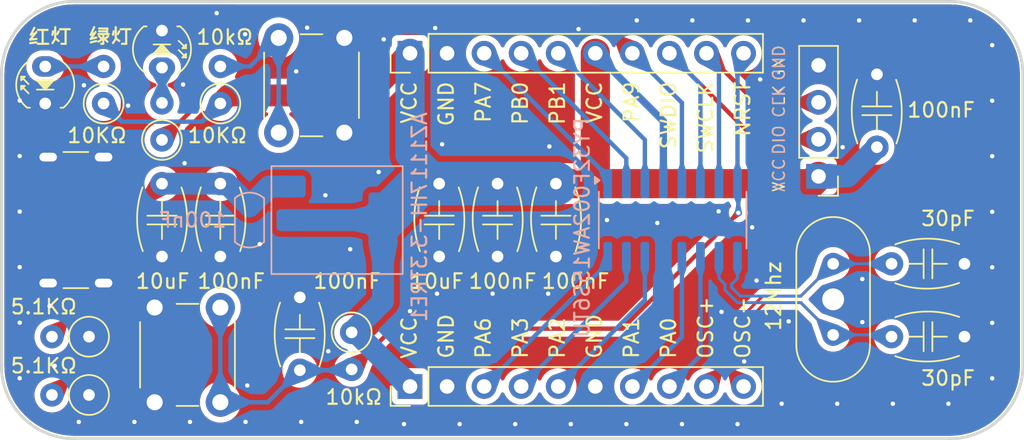
<source format=kicad_pcb>
(kicad_pcb (version 20240108) (generator "pcbnew") (generator_version "8.0")
  (layers (0 "F.Cu" signal) (31 "B.Cu" signal) (34 "B.Paste" user) (35 "F.Paste" user) (36 "B.SilkS" user "B.Silkscreen") (37 "F.SilkS" user "F.Silkscreen") (38 "B.Mask" user) (39 "F.Mask" user) (44 "Edge.Cuts" user))
  (net 0 "")
  (net 1 "VBUS")
  (net 2 "GND")
  (net 3 "VCC")
  (net 4 "/OSC+")
  (net 5 "/OSC-")
  (net 6 "/NRST")
  (net 7 "Net-(J1-CC2)")
  (net 8 "Net-(J1-CC1)")
  (net 9 "/SWCLK")
  (net 10 "/SWDIO")
  (net 11 "Net-(LED1-A)")
  (net 12 "Net-(LED2-A)")
  (net 13 "/PA9")
  (net 14 "/PB1")
  (net 15 "/PA6")
  (net 16 "/PA2")
  (net 17 "/PB0")
  (net 18 "/PA1")
  (net 19 "/PA0")
  (net 20 "/PA7")
  (net 21 "/PA3")
  (net 22 "Net-(R6-Pad2)")
  (footprint "PCM_Capacitor_THT_US_AKL:C_Disc_D5.1mm_W3.2mm_P5.00mm" (layer "F.Cu") (at 120.45 125.3 90)
    (property "Reference" "C10" (hide yes))
    (property "Value" "100nF" (at 6.1 3.25 180) (layer "F.SilkS"))
    (pad "1" thru_hole circle (at 0 0 90) (size 1.6 1.6) (drill 0.8) (layers "*.Cu" "*.Mask") (net 6 "/NRST"))
    (pad "2" thru_hole circle (at 5 0 90) (size 1.6 1.6) (drill 0.8) (layers "*.Cu" "*.Mask") (net 2 "GND"))
  )
  (footprint "Connector_USB:USB_C_Receptacle_GCT_USB4125-xx-x-0190_6P_TopMnt_Horizontal" (layer "F.Cu") (at 104 115 -90)
    (property "Reference" "J1" (hide yes))
    (property "Value" "USB_C_Receptacle_PowerOnly_6P" (hide yes))
    (pad "A5" smd roundrect (at -0.5 -3.08 270) (size 0.7 1.2) (layers "F.Cu" "F.Paste" "F.Mask") (net 8 "Net-(J1-CC1)"))
    (pad "A9" smd roundrect (at 1.52 -3.08 90) (size 0.76 1.2) (layers "F.Cu" "F.Paste" "F.Mask") (net 1 "VBUS"))
    (pad "A12" smd roundrect (at 2.75 -3.08 90) (size 0.8 1.2) (layers "F.Cu" "F.Paste" "F.Mask") (net 2 "GND"))
    (pad "B5" smd roundrect (at 0.5 -3.08 90) (size 0.7 1.2) (layers "F.Cu" "F.Paste" "F.Mask") (net 7 "Net-(J1-CC2)"))
    (pad "B9" smd roundrect (at -1.52 -3.08 270) (size 0.76 1.2) (layers "F.Cu" "F.Paste" "F.Mask") (net 1 "VBUS"))
    (pad "B12" smd roundrect (at -2.75 -3.08 270) (size 0.8 1.2) (layers "F.Cu" "F.Paste" "F.Mask") (net 2 "GND"))
    (pad "S1" thru_hole oval (at -4.32 -3 270) (size 1.1 1.7) (drill oval 0.6 1.2) (layers "*.Cu" "*.Mask" "F.Paste") (net 2 "GND"))
    (pad "S1" thru_hole oval (at -4.32 0.8 270) (size 1.1 1.7) (drill oval 0.6 1.2) (layers "*.Cu" "*.Mask" "F.Paste") (net 2 "GND"))
    (pad "S1" thru_hole oval (at 4.32 -3 270) (size 1.1 1.7) (drill oval 0.6 1.2) (layers "*.Cu" "*.Mask" "F.Paste") (net 2 "GND"))
    (pad "S1" thru_hole oval (at 4.32 0.8 270) (size 1.1 1.7) (drill oval 0.6 1.2) (layers "*.Cu" "*.Mask" "F.Paste") (net 2 "GND"))
  )
  (footprint "PCM_LED_THT_AKL:LED_D3.0mm" (layer "F.Cu") (at 103 107 90)
    (property "Reference" "LED1" (hide yes))
    (property "Value" "红灯" (at 4.55 0.35 0) (layer "F.SilkS"))
    (pad "1" thru_hole rect (at 0 0 90) (size 1.4 1.8) (drill 0.8) (layers "*.Cu" "*.Mask") (net 2 "GND"))
    (pad "2" thru_hole oval (at 2.54 0 90) (size 1.4 1.8) (drill 0.8) (layers "*.Cu" "*.Mask") (net 11 "Net-(LED1-A)"))
  )
  (footprint "wsylib:Crystal_HC49-U-3Pin_Vertical_change" (layer "F.Cu") (at 157 118 -90)
    (property "Reference" "X1" (hide yes))
    (property "Value" "12MHz_±20ppm_20pF_HC-49S" (hide yes))
    (pad "1" thru_hole circle (at 0 0 270) (size 1.5 1.5) (drill 0.8) (layers "*.Cu" "*.Mask") (net 4 "/OSC+"))
    (pad "2" thru_hole circle (at 2.44 0 270) (size 2 2) (drill 1.5) (layers "*.Cu" "*.Mask") (net 2 "GND"))
    (pad "3" thru_hole circle (at 4.88 0 270) (size 1.5 1.5) (drill 0.8) (layers "*.Cu" "*.Mask") (net 5 "/OSC-"))
  )
  (footprint "PCM_Resistor_THT_AKL:R_Axial_DIN0207_L6.3mm_D2.5mm_P2.54mm_Vertical" (layer "F.Cu") (at 107 107 90)
    (property "Reference" "R1" (hide yes))
    (property "Value" "10KΩ" (at -2.2 -0.45 180) (layer "F.SilkS"))
    (pad "1" thru_hole circle (at 0 0 90) (size 1.6 1.6) (drill 0.8) (layers "*.Cu" "*.Mask") (net 3 "VCC"))
    (pad "2" thru_hole oval (at 2.54 0 90) (size 1.6 1.6) (drill 0.8) (layers "*.Cu" "*.Mask") (net 11 "Net-(LED1-A)"))
  )
  (footprint "Button_Switch_THT:SW_PUSH_6mm_H7.3mm" (layer "F.Cu") (at 119 109 90)
    (property "Reference" "SW2" (hide yes))
    (property "Value" "SW_DIP_x01" (hide yes))
    (pad "1" thru_hole circle (at 0 0 180) (size 2 2) (drill 1.1) (layers "*.Cu" "*.Mask") (net 22 "Net-(R6-Pad2)"))
    (pad "1" thru_hole circle (at 6.5 0 180) (size 2 2) (drill 1.1) (layers "*.Cu" "*.Mask") (net 22 "Net-(R6-Pad2)"))
    (pad "2" thru_hole circle (at 0 4.5 180) (size 2 2) (drill 1.1) (layers "*.Cu" "*.Mask") (net 2 "GND"))
    (pad "2" thru_hole circle (at 6.5 4.5 180) (size 2 2) (drill 1.1) (layers "*.Cu" "*.Mask") (net 2 "GND"))
  )
  (footprint "PCM_LED_THT_AKL:LED_D3.0mm" (layer "F.Cu") (at 111 102 -90)
    (property "Reference" "LED2" (hide yes))
    (property "Value" "绿灯" (at 0.45 3.5 180) (layer "F.SilkS"))
    (pad "1" thru_hole rect (at 0 0 270) (size 1.4 1.8) (drill 0.8) (layers "*.Cu" "*.Mask") (net 2 "GND"))
    (pad "2" thru_hole oval (at 2.54 0 270) (size 1.4 1.8) (drill 0.8) (layers "*.Cu" "*.Mask") (net 12 "Net-(LED2-A)"))
  )
  (footprint "PCM_Resistor_THT_AKL:R_Axial_DIN0207_L6.3mm_D2.5mm_P2.54mm_Vertical" (layer "F.Cu") (at 106 123 180)
    (property "Reference" "R4" (hide yes))
    (property "Value" "5.1KΩ" (at 3.1 2.05 0) (layer "F.SilkS"))
    (pad "1" thru_hole circle (at 0 0 180) (size 1.6 1.6) (drill 0.8) (layers "*.Cu" "*.Mask") (net 2 "GND"))
    (pad "2" thru_hole oval (at 2.54 0 180) (size 1.6 1.6) (drill 0.8) (layers "*.Cu" "*.Mask") (net 8 "Net-(J1-CC1)"))
  )
  (footprint "PCM_Resistor_THT_AKL:R_Axial_DIN0207_L6.3mm_D2.5mm_P2.54mm_Vertical" (layer "F.Cu") (at 106 127 180)
    (property "Reference" "R3" (hide yes))
    (property "Value" "5.1KΩ" (at 3.1 2 0) (layer "F.SilkS"))
    (pad "1" thru_hole circle (at 0 0 180) (size 1.6 1.6) (drill 0.8) (layers "*.Cu" "*.Mask") (net 2 "GND"))
    (pad "2" thru_hole oval (at 2.54 0 180) (size 1.6 1.6) (drill 0.8) (layers "*.Cu" "*.Mask") (net 7 "Net-(J1-CC2)"))
  )
  (footprint "PCM_Capacitor_THT_US_AKL:C_Disc_D5.1mm_W3.2mm_P5.00mm" (layer "F.Cu") (at 111 112.5 -90)
    (property "Reference" "C1" (hide yes))
    (property "Value" "10uF" (at 6.7 -0.05 180) (layer "F.SilkS"))
    (pad "1" thru_hole circle (at 0 0 270) (size 1.6 1.6) (drill 0.8) (layers "*.Cu" "*.Mask") (net 1 "VBUS"))
    (pad "2" thru_hole circle (at 5 0 270) (size 1.6 1.6) (drill 0.8) (layers "*.Cu" "*.Mask") (net 2 "GND"))
  )
  (footprint "Button_Switch_THT:SW_PUSH_6mm_H7.3mm" (layer "F.Cu") (at 115 121 -90)
    (property "Reference" "SW1" (hide yes))
    (property "Value" "SW_DIP_x01" (hide yes))
    (pad "1" thru_hole circle (at 0 0) (size 2 2) (drill 1.1) (layers "*.Cu" "*.Mask") (net 6 "/NRST"))
    (pad "1" thru_hole circle (at 6.5 0) (size 2 2) (drill 1.1) (layers "*.Cu" "*.Mask") (net 6 "/NRST"))
    (pad "2" thru_hole circle (at 0 4.5) (size 2 2) (drill 1.1) (layers "*.Cu" "*.Mask") (net 2 "GND"))
    (pad "2" thru_hole circle (at 6.5 4.5) (size 2 2) (drill 1.1) (layers "*.Cu" "*.Mask") (net 2 "GND"))
  )
  (footprint "PCM_Capacitor_THT_US_AKL:C_Disc_D5.1mm_W3.2mm_P5.00mm" (layer "F.Cu") (at 115 112.5 -90)
    (property "Reference" "C2" (hide yes))
    (property "Value" "100nF" (at 6.7 -0.75 180) (layer "F.SilkS"))
    (pad "1" thru_hole circle (at 0 0 270) (size 1.6 1.6) (drill 0.8) (layers "*.Cu" "*.Mask") (net 1 "VBUS"))
    (pad "2" thru_hole circle (at 5 0 270) (size 1.6 1.6) (drill 0.8) (layers "*.Cu" "*.Mask") (net 2 "GND"))
  )
  (footprint "Connector_PinHeader_2.54mm:PinHeader_1x04_P2.54mm_Vertical" (layer "F.Cu") (at 156 112 180)
    (property "Reference" "J2" (hide yes))
    (property "Value" "Conn_01x04" (hide yes))
    (pad "1" thru_hole rect (at 0 0 180) (size 1.7 1.7) (drill 1) (layers "*.Cu" "*.Mask") (net 3 "VCC"))
    (pad "2" thru_hole oval (at 0 2.54 180) (size 1.7 1.7) (drill 1) (layers "*.Cu" "*.Mask") (net 10 "/SWDIO"))
    (pad "3" thru_hole oval (at 0 5.08 180) (size 1.7 1.7) (drill 1) (layers "*.Cu" "*.Mask") (net 9 "/SWCLK"))
    (pad "4" thru_hole oval (at 0 7.62 180) (size 1.7 1.7) (drill 1) (layers "*.Cu" "*.Mask") (net 2 "GND"))
  )
  (footprint "PCM_Resistor_THT_AKL:R_Axial_DIN0207_L6.3mm_D2.5mm_P2.54mm_Vertical" (layer "F.Cu") (at 115 107 90)
    (property "Reference" "R6" (hide yes))
    (property "Value" "10kΩ" (at 4.55 0.3 180) (layer "F.SilkS"))
    (pad "1" thru_hole circle (at 0 0 90) (size 1.6 1.6) (drill 0.8) (layers "*.Cu" "*.Mask") (net 3 "VCC"))
    (pad "2" thru_hole oval (at 2.54 0 90) (size 1.6 1.6) (drill 0.8) (layers "*.Cu" "*.Mask") (net 22 "Net-(R6-Pad2)"))
  )
  (footprint "PCM_Capacitor_THT_US_AKL:C_Disc_D5.1mm_W3.2mm_P5.00mm" (layer "F.Cu") (at 161 123)
    (property "Reference" "C8" (hide yes))
    (property "Value" "30pF" (at 3.87619 2.85 0) (layer "F.SilkS"))
    (pad "1" thru_hole circle (at 0 0) (size 1.6 1.6) (drill 0.8) (layers "*.Cu" "*.Mask") (net 5 "/OSC-"))
    (pad "2" thru_hole circle (at 5 0) (size 1.6 1.6) (drill 0.8) (layers "*.Cu" "*.Mask") (net 2 "GND"))
  )
  (footprint "PCM_Resistor_THT_AKL:R_Axial_DIN0207_L6.3mm_D2.5mm_P2.54mm_Vertical" (layer "F.Cu") (at 111 109.5 90)
    (property "Reference" "R2" (hide yes))
    (property "Value" "10KΩ" (at 0.3 3.8 180) (layer "F.SilkS"))
    (pad "1" thru_hole circle (at 0 0 90) (size 1.6 1.6) (drill 0.8) (layers "*.Cu" "*.Mask") (net 13 "/PA9"))
    (pad "2" thru_hole oval (at 2.54 0 90) (size 1.6 1.6) (drill 0.8) (layers "*.Cu" "*.Mask") (net 12 "Net-(LED2-A)"))
  )
  (footprint "PCM_Resistor_THT_AKL:R_Axial_DIN0207_L6.3mm_D2.5mm_P2.54mm_Vertical" (layer "F.Cu") (at 124 122.705 -90)
    (property "Reference" "R5" (hide yes))
    (property "Value" "10kΩ" (at 4.445 -0.15 180) (layer "F.SilkS"))
    (pad "1" thru_hole circle (at 0 0 270) (size 1.6 1.6) (drill 0.8) (layers "*.Cu" "*.Mask") (net 3 "VCC"))
    (pad "2" thru_hole oval (at 2.54 0 270) (size 1.6 1.6) (drill 0.8) (layers "*.Cu" "*.Mask") (net 6 "/NRST"))
  )
  (footprint "Connector_PinHeader_2.54mm:PinHeader_1x10_P2.54mm_Vertical" (layer "F.Cu") (at 128 126.4158 90)
    (property "Reference" "J3" (hide yes))
    (property "Value" "Conn_01x10" (hide yes))
    (pad "1" thru_hole rect (at 0 0 90) (size 1.7 1.7) (drill 1) (layers "*.Cu" "*.Mask") (net 3 "VCC"))
    (pad "2" thru_hole oval (at 0 2.54 90) (size 1.7 1.7) (drill 1) (layers "*.Cu" "*.Mask") (net 2 "GND"))
    (pad "3" thru_hole oval (at 0 5.08 90) (size 1.7 1.7) (drill 1) (layers "*.Cu" "*.Mask") (net 15 "/PA6"))
    (pad "4" thru_hole oval (at 0 7.62 90) (size 1.7 1.7) (drill 1) (layers "*.Cu" "*.Mask") (net 21 "/PA3"))
    (pad "5" thru_hole oval (at 0 10.16 90) (size 1.7 1.7) (drill 1) (layers "*.Cu" "*.Mask") (net 16 "/PA2"))
    (pad "6" thru_hole oval (at 0 12.7 90) (size 1.7 1.7) (drill 1) (layers "*.Cu" "*.Mask") (net 2 "GND"))
    (pad "7" thru_hole oval (at 0 15.24 90) (size 1.7 1.7) (drill 1) (layers "*.Cu" "*.Mask") (net 18 "/PA1"))
    (pad "8" thru_hole oval (at 0 17.78 90) (size 1.7 1.7) (drill 1) (layers "*.Cu" "*.Mask") (net 19 "/PA0"))
    (pad "9" thru_hole oval (at 0 20.32 90) (size 1.7 1.7) (drill 1) (layers "*.Cu" "*.Mask") (net 4 "/OSC+"))
    (pad "10" thru_hole oval (at 0 22.86 90) (size 1.7 1.7) (drill 1) (layers "*.Cu" "*.Mask") (net 5 "/OSC-"))
  )
  (footprint "Connector_PinHeader_2.54mm:PinHeader_1x10_P2.54mm_Vertical" (layer "F.Cu") (at 128 103.5558 90)
    (property "Reference" "J5" (hide yes))
    (property "Value" "Conn_01x10" (hide yes))
    (pad "1" thru_hole rect (at 0 0 90) (size 1.7 1.7) (drill 1) (layers "*.Cu" "*.Mask") (net 3 "VCC"))
    (pad "2" thru_hole oval (at 0 2.54 90) (size 1.7 1.7) (drill 1) (layers "*.Cu" "*.Mask") (net 2 "GND"))
    (pad "3" thru_hole oval (at 0 5.08 90) (size 1.7 1.7) (drill 1) (layers "*.Cu" "*.Mask") (net 20 "/PA7"))
    (pad "4" thru_hole oval (at 0 7.62 90) (size 1.7 1.7) (drill 1) (layers "*.Cu" "*.Mask") (net 17 "/PB0"))
    (pad "5" thru_hole oval (at 0 10.16 90) (size 1.7 1.7) (drill 1) (layers "*.Cu" "*.Mask") (net 14 "/PB1"))
    (pad "6" thru_hole oval (at 0 12.7 90) (size 1.7 1.7) (drill 1) (layers "*.Cu" "*.Mask") (net 3 "VCC"))
    (pad "7" thru_hole oval (at 0 15.24 90) (size 1.7 1.7) (drill 1) (layers "*.Cu" "*.Mask") (net 13 "/PA9"))
    (pad "8" thru_hole oval (at 0 17.78 90) (size 1.7 1.7) (drill 1) (layers "*.Cu" "*.Mask") (net 10 "/SWDIO"))
    (pad "9" thru_hole oval (at 0 20.32 90) (size 1.7 1.7) (drill 1) (layers "*.Cu" "*.Mask") (net 9 "/SWCLK"))
    (pad "10" thru_hole oval (at 0 22.86 90) (size 1.7 1.7) (drill 1) (layers "*.Cu" "*.Mask") (net 6 "/NRST"))
  )
  (footprint "PCM_Capacitor_THT_US_AKL:C_Disc_D5.1mm_W3.2mm_P5.00mm" (layer "F.Cu") (at 160 110 90)
    (property "Reference" "C9" (hide yes))
    (property "Value" "100nF" (at 2.55 4.4 180) (layer "F.SilkS"))
    (pad "1" thru_hole circle (at 0 0 90) (size 1.6 1.6) (drill 0.8) (layers "*.Cu" "*.Mask") (net 3 "VCC"))
    (pad "2" thru_hole circle (at 5 0 90) (size 1.6 1.6) (drill 0.8) (layers "*.Cu" "*.Mask") (net 2 "GND"))
  )
  (footprint "PCM_Capacitor_THT_US_AKL:C_Disc_D5.1mm_W3.2mm_P5.00mm" (layer "F.Cu") (at 134 112.5 -90)
    (property "Reference" "C5" (hide yes))
    (property "Value" "100nF" (at 6.7 -0.35 180) (layer "F.SilkS"))
    (pad "1" thru_hole circle (at 0 0 270) (size 1.6 1.6) (drill 0.8) (layers "*.Cu" "*.Mask") (net 3 "VCC"))
    (pad "2" thru_hole circle (at 5 0 270) (size 1.6 1.6) (drill 0.8) (layers "*.Cu" "*.Mask") (net 2 "GND"))
  )
  (footprint "PCM_Capacitor_THT_US_AKL:C_Disc_D5.1mm_W3.2mm_P5.00mm" (layer "F.Cu") (at 161 118)
    (property "Reference" "C7" (hide yes))
    (property "Value" "30pF" (at 3.87619 -3.1 0) (layer "F.SilkS"))
    (pad "1" thru_hole circle (at 0 0) (size 1.6 1.6) (drill 0.8) (layers "*.Cu" "*.Mask") (net 4 "/OSC+"))
    (pad "2" thru_hole circle (at 5 0) (size 1.6 1.6) (drill 0.8) (layers "*.Cu" "*.Mask") (net 2 "GND"))
  )
  (footprint "PCM_Capacitor_THT_US_AKL:C_Disc_D5.1mm_W3.2mm_P5.00mm" (layer "F.Cu") (at 138 112.5 -90)
    (property "Reference" "C6" (hide yes))
    (property "Value" "100nF" (at 6.7 -1.35 180) (layer "F.SilkS"))
    (pad "1" thru_hole circle (at 0 0 270) (size 1.6 1.6) (drill 0.8) (layers "*.Cu" "*.Mask") (net 3 "VCC"))
    (pad "2" thru_hole circle (at 5 0 270) (size 1.6 1.6) (drill 0.8) (layers "*.Cu" "*.Mask") (net 2 "GND"))
  )
  (footprint "PCM_Capacitor_THT_US_AKL:C_Disc_D5.1mm_W3.2mm_P5.00mm" (layer "F.Cu") (at 130 112.5 -90)
    (property "Reference" "C4" (hide yes))
    (property "Value" "10uF" (at 6.7 0.15 180) (layer "F.SilkS"))
    (pad "1" thru_hole circle (at 0 0 270) (size 1.6 1.6) (drill 0.8) (layers "*.Cu" "*.Mask") (net 3 "VCC"))
    (pad "2" thru_hole circle (at 5 0 270) (size 1.6 1.6) (drill 0.8) (layers "*.Cu" "*.Mask") (net 2 "GND"))
  )
  (footprint "PCM_Package_TO_SOT_SMD_AKL:SOT-223-3_TabPin2" (layer "B.Cu") (at 123 115)
    (property "Reference" "U1" (hide yes))
    (property "Value" "AZ1117IH-3.3TRE1" (at 5.65 -0.2 -90) (layer "B.SilkS") (effects (justify mirror)))
    (pad "1" smd roundrect (at -3.15 2.3) (size 2 1.5) (layers "B.Cu" "B.Paste" "B.Mask") (roundrect_rratio 0.1666666667) (net 2 "GND"))
    (pad "2" smd roundrect (at -3.15 0) (size 2 1.5) (layers "B.Cu" "B.Paste" "B.Mask") (roundrect_rratio 0.1666666667) (net 3 "VCC"))
    (pad "2" smd roundrect (at 3.15 0) (size 2 3.8) (layers "B.Cu" "B.Paste" "B.Mask") (roundrect_rratio 0.125) (net 3 "VCC"))
    (pad "3" smd roundrect (at -3.15 -2.3) (size 2 1.5) (layers "B.Cu" "B.Paste" "B.Mask") (roundrect_rratio 0.1666666667) (net 1 "VBUS"))
  )
  (footprint "Package_SO:SOP-16_3.9x9.9mm_P1.27mm" (layer "B.Cu") (at 146 115 -90)
    (property "Reference" "U2" (hide yes))
    (property "Value" "PY32F002AW15S6TU" (at 0.52 6.2 90) (layer "B.SilkS") (effects (justify mirror)))
    (pad "1" smd roundrect (at -2.5 4.445 270) (size 2 0.6) (layers "B.Cu" "B.Paste" "B.Mask") (net 20 "/PA7"))
    (pad "2" smd roundrect (at -2.5 3.175 270) (size 2 0.6) (layers "B.Cu" "B.Paste" "B.Mask") (net 17 "/PB0"))
    (pad "3" smd roundrect (at -2.5 1.905 270) (size 2 0.6) (layers "B.Cu" "B.Paste" "B.Mask") (net 14 "/PB1"))
    (pad "4" smd roundrect (at -2.5 0.635 270) (size 2 0.6) (layers "B.Cu" "B.Paste" "B.Mask") (net 3 "VCC"))
    (pad "5" smd roundrect (at -2.5 -0.635 270) (size 2 0.6) (layers "B.Cu" "B.Paste" "B.Mask") (net 13 "/PA9"))
    (pad "6" smd roundrect (at -2.5 -1.905 270) (size 2 0.6) (layers "B.Cu" "B.Paste" "B.Mask") (net 10 "/SWDIO"))
    (pad "7" smd roundrect (at -2.5 -3.175 270) (size 2 0.6) (layers "B.Cu" "B.Paste" "B.Mask") (net 9 "/SWCLK"))
    (pad "8" smd roundrect (at -2.5 -4.445 270) (size 2 0.6) (layers "B.Cu" "B.Paste" "B.Mask") (net 6 "/NRST"))
    (pad "9" smd roundrect (at 2.5 -4.445 270) (size 2 0.6) (layers "B.Cu" "B.Paste" "B.Mask") (net 4 "/OSC+"))
    (pad "10" smd roundrect (at 2.5 -3.175 270) (size 2 0.6) (layers "B.Cu" "B.Paste" "B.Mask") (net 5 "/OSC-"))
    (pad "11" smd roundrect (at 2.5 -1.905 270) (size 2 0.6) (layers "B.Cu" "B.Paste" "B.Mask") (net 19 "/PA0"))
    (pad "12" smd roundrect (at 2.5 -0.635 270) (size 2 0.6) (layers "B.Cu" "B.Paste" "B.Mask") (net 18 "/PA1"))
    (pad "13" smd roundrect (at 2.5 0.635 270) (size 2 0.6) (layers "B.Cu" "B.Paste" "B.Mask") (net 2 "GND"))
    (pad "14" smd roundrect (at 2.5 1.905 270) (size 2 0.6) (layers "B.Cu" "B.Paste" "B.Mask") (net 16 "/PA2"))
    (pad "15" smd roundrect (at 2.5 3.175 270) (size 2 0.6) (layers "B.Cu" "B.Paste" "B.Mask") (net 21 "/PA3"))
    (pad "16" smd roundrect (at 2.5 4.445 270) (size 2 0.6) (layers "B.Cu" "B.Paste" "B.Mask") (net 15 "/PA6"))
  )
  (footprint "PCM_Capacitor_SMD_AKL:C_0805_2012Metric" (layer "B.Cu") (at 117 115 -90)
    (property "Reference" "C3" (hide yes))
    (property "Value" "100nF" (at 0 3.9 0) (layer "B.SilkS") (effects (justify mirror)))
    (pad "1" smd roundrect (at -0.95 0 270) (size 1 1.45) (layers "B.Cu" "B.Paste" "B.Mask") (net 1 "VBUS"))
    (pad "2" smd roundrect (at 0.95 0 270) (size 1 1.45) (layers "B.Cu" "B.Paste" "B.Mask") (net 2 "GND"))
  )
  (gr_line (start 100 125) (end 100 105) (stroke (width 0.2)) (layer "Edge.Cuts"))
  (gr_line (start 170 105) (end 170 125) (stroke (width 0.2)) (layer "Edge.Cuts"))
  (gr_arc (start 105 130) (mid 101.464466 128.535534) (end 100 125) (stroke (width 0.2)) (layer "Edge.Cuts"))
  (gr_line (start 165 130) (end 105 130) (stroke (width 0.2)) (layer "Edge.Cuts"))
  (gr_arc (start 100 105) (mid 101.464466 101.464466) (end 105 100) (stroke (width 0.2)) (layer "Edge.Cuts"))
  (gr_arc (start 165 100) (mid 168.535534 101.464466) (end 170 105) (stroke (width 0.2)) (layer "Edge.Cuts"))
  (gr_arc (start 170 125) (mid 168.535534 128.535534) (end 165 130) (stroke (width 0.2)) (layer "Edge.Cuts"))
  (gr_line (start 105 100) (end 165 100) (stroke (width 0.2)) (layer "Edge.Cuts"))
  (gr_text "GND" (at 152.757 105.51 -90) (layer "B.SilkS") (effects (font (size 0.8 0.8) (thickness 0.1)) (justify left bottom mirror)))
  (gr_text "CLK\n" (at 152.757 108.05 -90) (layer "B.SilkS") (effects (font (size 0.8 0.8) (thickness 0.1)) (justify left bottom mirror)))
  (gr_text "DIO" (at 152.757 110.59 -90) (layer "B.SilkS") (effects (font (size 0.8 0.8) (thickness 0.1)) (justify left bottom mirror)))
  (gr_text "VCC" (at 152.757 113.13 -90) (layer "B.SilkS") (effects (font (size 0.8 0.8) (thickness 0.1)) (justify left bottom mirror)))
  (gr_text "PA0" (at 146.304 124.6 90) (layer "F.SilkS") (effects (font (size 1 1)) (justify left bottom)))
  (gr_text "PA2" (at 138.684 124.6 90) (layer "F.SilkS") (effects (font (size 1 1)) (justify left bottom)))
  (gr_text "PA9\n" (at 143.764 108.415905 90) (layer "F.SilkS") (effects (font (size 1 1)) (justify left bottom)))
  (gr_text "PA3" (at 136.144 124.6 90) (layer "F.SilkS") (effects (font (size 1 1)) (justify left bottom)))
  (gr_text "DIO" (at 153.75 110.58 90) (layer "F.SilkS") (effects (font (size 0.8 0.8) (thickness 0.1)) (justify left bottom)))
  (gr_text "SWDIO" (at 146.304 110.225428 90) (layer "F.SilkS") (effects (font (size 1 1)) (justify left bottom)))
  (gr_text "VCC\n" (at 128.524 124.6 90) (layer "F.SilkS") (effects (font (size 1 1)) (justify left bottom)))
  (gr_text "GND\n" (at 131.064 124.6 90) (layer "F.SilkS") (effects (font (size 1 1)) (justify left bottom)))
  (gr_text "OSC-" (at 151.384 124.6 90) (layer "F.SilkS") (effects (font (size 1 1)) (justify left bottom)))
  (gr_text "VCC\n" (at 141.224 108.463524 90) (layer "F.SilkS") (effects (font (size 1 1)) (justify left bottom)))
  (gr_text "12Mhz\n" (at 153.5 122.69 90) (layer "F.SilkS") (effects (font (size 1 1)) (justify left bottom)))
  (gr_text "PB1" (at 138.684 108.558762 90) (layer "F.SilkS") (effects (font (size 1 1)) (justify left bottom)))
  (gr_text "GND" (at 131.064 108.654 90) (layer "F.SilkS") (effects (font (size 1 1)) (justify left bottom)))
  (gr_text "SWCLK" (at 148.844 110.511143 90) (layer "F.SilkS") (effects (font (size 1 1)) (justify left bottom)))
  (gr_text "PA1\n" (at 143.764 124.6 90) (layer "F.SilkS") (effects (font (size 1 1)) (justify left bottom)))
  (gr_text "OSC+" (at 148.844 124.6 90) (layer "F.SilkS") (effects (font (size 1 1)) (justify left bottom)))
  (gr_text "VCC\n" (at 128.524 108.463524 90) (layer "F.SilkS") (effects (font (size 1 1)) (justify left bottom)))
  (gr_text "PB0" (at 136.144 108.558762 90) (layer "F.SilkS") (effects (font (size 1 1)) (justify left bottom)))
  (gr_text "PA6\n" (at 133.604 124.6 90) (layer "F.SilkS") (effects (font (size 1 1)) (justify left bottom)))
  (gr_text "PA7\n" (at 133.604 108.415905 90) (layer "F.SilkS") (effects (font (size 1 1)) (justify left bottom)))
  (gr_text "GND" (at 153.75 105.5 90) (layer "F.SilkS") (effects (font (size 0.8 0.8) (thickness 0.1)) (justify left bottom)))
  (gr_text "VCC" (at 153.75 113.12 90) (layer "F.SilkS") (effects (font (size 0.8 0.8) (thickness 0.1)) (justify left bottom)))
  (gr_text "NRST" (at 151.384 109.368286 90) (layer "F.SilkS") (effects (font (size 1 1)) (justify left bottom)))
  (gr_text "GND" (at 141.224 124.6 90) (layer "F.SilkS") (effects (font (size 1 1)) (justify left bottom)))
  (gr_text "CLK\n" (at 153.75 108.04 90) (layer "F.SilkS") (effects (font (size 0.8 0.8) (thickness 0.1)) (justify left bottom)))
  (segment (start 109.45 115.6) (end 109.45 113.5) (width 0.76) (layer "F.Cu") (net 1))
  (segment (start 109.45 113.5) (end 109.43 113.48) (width 0.76) (layer "F.Cu") (net 1))
  (segment (start 110 113.5) (end 111 112.5) (width 1) (layer "F.Cu") (net 1))
  (segment (start 109.45 113.5) (end 110 113.5) (width 1) (layer "F.Cu") (net 1))
  (segment (start 107.08 116.52) (end 108.53 116.52) (width 0.76) (layer "F.Cu") (net 1))
  (segment (start 108.53 116.52) (end 109.45 115.6) (width 0.76) (layer "F.Cu") (net 1))
  (segment (start 109.43 113.48) (end 107.08 113.48) (width 0.76) (layer "F.Cu") (net 1))
  (segment (start 111 112.5) (end 115 112.5) (width 1.5) (layer "B.Cu") (net 1))
  (segment (start 115.45 112.5) (end 117 114.05) (width 1.5) (layer "B.Cu") (net 1))
  (segment (start 117 114.05) (end 118.35 112.7) (width 1.5) (layer "B.Cu") (net 1))
  (segment (start 118.35 112.7) (end 119.85 112.7) (width 1.5) (layer "B.Cu") (net 1))
  (segment (start 115 112.5) (end 115.45 112.5) (width 1.5) (layer "B.Cu") (net 1))
  (segment (start 107.08 110.76) (end 107 110.68) (width 0.5) (layer "F.Cu") (net 2))
  (segment (start 166 111) (end 166 118) (width 1.5) (layer "F.Cu") (net 2))
  (segment (start 107 110.68) (end 108.68 109) (width 1) (layer "F.Cu") (net 2))
  (segment (start 107.08 112.25) (end 107.08 110.76) (width 0.5) (layer "F.Cu") (net 2))
  (segment (start 107.08 119.24) (end 107 119.32) (width 0.5) (layer "F.Cu") (net 2))
  (segment (start 107.08 117.75) (end 107.08 119.24) (width 0.5) (layer "F.Cu") (net 2))
  (segment (start 160 105) (end 166 111) (width 1.5) (layer "F.Cu") (net 2))
  (segment (start 107.08 117.75) (end 110.75 117.75) (width 0.76) (layer "F.Cu") (net 2))
  (segment (start 108.68 104.32) (end 111 102) (width 1) (layer "F.Cu") (net 2))
  (segment (start 108.68 107.15) (end 108.68 104.32) (width 1) (layer "F.Cu") (net 2))
  (segment (start 108.68 109) (end 108.68 107.15) (width 1) (layer "F.Cu") (net 2))
  (segment (start 110.75 117.75) (end 111 117.5) (width 0.76) (layer "F.Cu") (net 2))
  (via (at 108.68 107.15) (size 0.5) (drill 0.3) (layers "F.Cu" "B.Cu") (net 2))
  (via (at 157.28 127.6) (size 0.5) (drill 0.3) (layers "F.Cu" "B.Cu") (net 2))
  (via (at 167.9 122.05) (size 0.5) (drill 0.3) (layers "F.Cu" "B.Cu") (net 2))
  (via (at 120.95 101.8) (size 0.5) (drill 0.3) (layers "F.Cu" "B.Cu") (net 2))
  (via (at 147.35 101.3) (size 0.5) (drill 0.3) (layers "F.Cu" "B.Cu") (net 2))
  (via (at 149.15 114.4) (size 0.5) (drill 0.3) (layers "F.Cu" "B.Cu") (net 2))
  (via (at 151.16 101.3) (size 0.5) (drill 0.3) (layers "F.Cu" "B.Cu") (net 2))
  (via (at 122.2 113.3) (size 0.5) (drill 0.3) (layers "F.Cu" "B.Cu") (net 2))
  (via (at 161.09 127.6) (size 0.5) (drill 0.3) (layers "F.Cu" "B.Cu") (net 2))
  (via (at 167.9 110.62) (size 0.5) (drill 0.3) (layers "F.Cu" "B.Cu") (net 2))
  (via (at 153.95 121.95) (size 0.5) (drill 0.3) (layers "F.Cu" "B.Cu") (net 2))
  (via (at 159 122) (size 0.5) (drill 0.3) (layers "F.Cu" "B.Cu") (net 2))
  (via (at 124.35 128.85) (size 0.5) (drill 0.3) (layers "F.Cu" "B.Cu") (net 2))
  (via (at 116.73 128.85) (size 0.5) (drill 0.3) (layers "F.Cu" "B.Cu") (net 2))
  (via (at 116.85 126.35) (size 0.5) (drill 0.3) (layers "F.Cu" "B.Cu") (net 2))
  (via (at 103.65 125) (size 0.5) (drill 0.3) (layers "F.Cu" "B.Cu") (net 2))
  (via (at 158.78 101.3) (size 0.5) (drill 0.3) (layers "F.Cu" "B.Cu") (net 2))
  (via (at 133.66 120.05) (size 0.5) (drill 0.3) (layers "F.Cu" "B.Cu") (net 2))
  (via (at 151.75 119.15) (size 0.5) (drill 0.3) (layers "F.Cu" "B.Cu") (net 2))
  (via (at 101.25 114.42) (size 0.5) (drill 0.3) (layers "F.Cu" "B.Cu") (net 2))
  (via (at 154.97 101.3) (size 0.5) (drill 0.3) (layers "F.Cu" "B.Cu") (net 2))
  (via (at 120.2 104.8) (size 0.5) (drill 0.3) (layers "F.Cu" "B.Cu") (net 2))
  (via (at 167.9 125.86) (size 0.5) (drill 0.3) (layers "F.Cu" "B.Cu") (net 2))
  (via (at 128 121.25) (size 0.5) (drill 0.3) (layers "F.Cu" "B.Cu") (net 2))
  (via (at 167.9 118.24) (size 0.5) (drill 0.3) (layers "F.Cu" "B.Cu") (net 2))
  (via (at 112.92 128.85) (size 0.5) (drill 0.3) (layers "F.Cu" "B.Cu") (net 2))
  (via (at 151.45 115.5) (size 0.5) (drill 0.3) (layers "F.Cu" "B.Cu") (net 2))
  (via (at 130.2 109.8) (size 0.5) (drill 0.3) (layers "F.Cu" "B.Cu") (net 2))
  (via (at 159 119.05) (size 0.5) (drill 0.3) (layers "F.Cu" "B.Cu") (net 2))
  (via (at 144.95 115.2) (size 0.5) (drill 0.3) (layers "F.Cu" "B.Cu") (net 2))
  (via (at 120.54 128.85) (size 0.5) (drill 0.3) (layers "F.Cu" "B.Cu") (net 2))
  (via (at 101.25 118.23) (size 0.5) (drill 0.3) (layers "F.Cu" "B.Cu") (net 2))
  (via (at 125.85 111.7) (size 0.5) (drill 0.3) (layers "F.Cu" "B.Cu") (net 2))
  (via (at 164.9 127.6) (size 0.5) (drill 0.3) (layers "F.Cu" "B.Cu") (net 2))
  (via (at 129.7271 101.8229) (size 0.5) (drill 0.3) (layers "F.Cu" "B.Cu") (net 2))
  (via (at 153.47 127.6) (size 0.5) (drill 0.3) (layers "F.Cu" "B.Cu") (net 2))
  (via (at 143.54 101.3) (size 0.5) (drill 0.3) (layers "F.Cu" "B.Cu") (net 2))
  (via (at 141.5 115) (size 0.5) (drill 0.3) (layers "F.Cu" "B.Cu") (net 2))
  (via (at 112.55 111.1) (size 0.5) (drill 0.3) (layers "F.Cu" "B.Cu") (net 2))
  (via (at 167.9 114.43) (size 0.5) (drill 0.3) (layers "F.Cu" "B.Cu") (net 2))
  (via (at 166.4 101.3) (size 0.5) (drill 0.3) (layers "F.Cu" "B.Cu") (net 2))
  (via (at 139.02 129) (size 0.5) (drill 0.3) (layers "F.Cu" "B.Cu") (net 2))
  (via (at 105.65 105.75) (size 0.5) (drill 0.3) (layers "F.Cu" "B.Cu") (net 2))
  (via (at 109.11 128.85) (size 0.5) (drill 0.3) (layers "F.Cu" "B.Cu") (net 2))
  (via (at 137.47 120.05) (size 0.5) (drill 0.3) (layers "F.Cu" "B.Cu") (net 2))
  (via (at 152 105.35) (size 0.5) (drill 0.3) (layers "F.Cu" "B.Cu") (net 2))
  (via (at 142.83 129) (size 0.5) (drill 0.3) (layers "F.Cu" "B.Cu") (net 2))
  (via (at 146.64 129) (size 0.5) (drill 0.3) (layers "F.Cu" "B.Cu") (net 2))
  (via (at 101.25 125.85) (size 0.5) (drill 0.3) (layers "F.Cu" "B.Cu") (net 2))
  (via (at 126.2 102.6) (size 0.5) (drill 0.3) (layers "F.Cu" "B.Cu") (net 2))
  (via (at 167.9 103) (size 0.5) (drill 0.3) (layers "F.Cu" "B.Cu") (net 2))
  (via (at 123.9 117) (size 0.5) (drill 0.3) (layers "F.Cu" "B.Cu") (net 2))
  (via (at 101.25 110.61) (size 0.5) (drill 0.3) (layers "F.Cu" "B.Cu") (net 2))
  (via (at 105.3 128.85) (size 0.5) (drill 0.3) (layers "F.Cu" "B.Cu") (net 2))
  (via (at 135.21 129) (size 0.5) (drill 0.3) (layers "F.Cu" "B.Cu") (net 2))
  (via (at 114.75 100.8) (size 0.5) (drill 0.3) (layers "F.Cu" "B.Cu") (net 2))
  (via (at 117.7 116.65) (size 0.5) (drill 0.3) (layers "F.Cu" "B.Cu") (net 2))
  (via (at 139.55 101.9) (size 0.5) (drill 0.3) (layers "F.Cu" "B.Cu") (net 2))
  (via (at 131.4 129) (size 0.5) (drill 0.3) (layers "F.Cu" "B.Cu") (net 2))
  (via (at 149.35 121.3) (size 0.5) (drill 0.3) (layers "F.Cu" "B.Cu") (net 2))
  (via (at 150.45 129) (size 0.5) (drill 0.3) (layers "F.Cu" "B.Cu") (net 2))
  (via (at 122.4 124) (size 0.5) (drill 0.3) (layers "F.Cu" "B.Cu") (net 2))
  (via (at 103.3 120.9) (size 0.5) (drill 0.3) (layers "F.Cu" "B.Cu") (net 2))
  (via (at 157.65 110) (size 0.5) (drill 0.3) (layers "F.Cu" "B.Cu") (net 2))
  (via (at 116.7 102.25) (size 0.5) (drill 0.3) (layers "F.Cu" "B.Cu") (net 2))
  (via (at 162.59 101.3) (size 0.5) (drill 0.3) (layers "F.Cu" "B.Cu") (net 2))
  (via (at 167.9 106.81) (size 0.5) (drill 0.3) (layers "F.Cu" "B.Cu") (net 2))
  (via (at 101.25 122.04) (size 0.5) (drill 0.3) (layers "F.Cu" "B.Cu") (net 2))
  (via (at 129.85 120.05) (size 0.5) (drill 0.3) (layers "F.Cu" "B.Cu") (net 2))
  (via (at 112.45 105.7) (size 0.5) (drill 0.3) (layers "F.Cu" "B.Cu") (net 2))
  (via (at 127.59 129) (size 0.5) (drill 0.3) (layers "F.Cu" "B.Cu") (net 2))
  (via (at 137.55 109.95) (size 0.5) (drill 0.3) (layers "F.Cu" "B.Cu") (net 2))
  (via (at 101.25 106.8) (size 0.5) (drill 0.3) (layers "F.Cu" "B.Cu") (net 2))
  (via (at 150.9 124.7) (size 0.5) (drill 0.3) (layers "F.Cu" "B.Cu") (net 2))
  (segment (start 129.7271 101.8229) (end 129.4042 101.5) (width 1.5) (layer "B.Cu") (net 2))
  (segment (start 145.365 121.7508) (end 140.7 126.4158) (width 0.5) (layer "B.Cu") (net 2))
  (segment (start 103.2 110.68) (end 103.2 107.2) (width 2) (layer "B.Cu") (net 2))
  (segment (start 117.7 116.65) (end 118.35 117.3) (width 1.5) (layer "B.Cu") (net 2))
  (segment (start 145.365 117.5) (end 145.365 121.7508) (width 0.5) (layer "B.Cu") (net 2))
  (segment (start 110.5 127.5) (end 110.5 121) (width 2) (layer "B.Cu") (net 2))
  (segment (start 130 117.5) (end 138 117.5) (width 3) (layer "B.Cu") (net 2))
  (segment (start 119.85 119.7) (end 120.45 120.3) (width 1.5) (layer "B.Cu") (net 2))
  (segment (start 159.38 104.38) (end 160 105) (width 1.5) (layer "B.Cu") (net 2))
  (segment (start 115 117.5) (end 115.45 117.5) (width 1.5) (layer "B.Cu") (net 2))
  (segment (start 166 120.45) (end 166 118) (width 2) (layer "B.Cu") (net 2))
  (segment (start 130.54 126.4158) (end 130.54 118.04) (width 2) (layer "B.Cu") (net 2))
  (segment (start 117 115.95) (end 117.7 116.65) (width 1.5) (layer "B.Cu") (net 2))
  (segment (start 107 110.68) (end 103.2 110.68) (width 1) (layer "B.Cu") (net 2))
  (segment (start 166 123) (end 166 120.45) (width 2) (layer "B.Cu") (net 2))
  (segment (start 130.54 103.5558) (end 130.54 102.6358) (width 1.5) (layer "B.Cu") (net 2))
  (segment (start 115.45 117.5) (end 117 115.95) (width 1.5) (layer "B.Cu") (net 2))
  (segment (start 107 119.32) (end 107 122) (width 1.5) (layer "B.Cu") (net 2))
  (segment (start 156 104.38) (end 159.38 104.38) (width 1.5) (layer "B.Cu") (net 2))
  (segment (start 130.54 102.6358) (end 129.7271 101.8229) (width 1.5) (layer "B.Cu") (net 2))
  (segment (start 123.5 102.5) (end 123.5 109) (width 2) (layer "B.Cu") (net 2))
  (segment (start 111 117.5) (end 115 117.5) (width 1.5) (layer "B.Cu") (net 2))
  (segment (start 107 122) (end 106 123) (width 1.5) (layer "B.Cu") (net 2))
  (segment (start 157 120.44) (end 165.99 120.44) (width 2) (layer "B.Cu") (net 2))
  (segment (start 129.4042 101.5) (end 124.5 101.5) (width 1.5) (layer "B.Cu") (net 2))
  (segment (start 130.54 118.04) (end 130 117.5) (width 2) (layer "B.Cu") (net 2))
  (segment (start 118.35 117.3) (end 119.85 117.3) (width 1.5) (layer "B.Cu") (net 2))
  (segment (start 165.99 120.44) (end 166 120.45) (width 2) (layer "B.Cu") (net 2))
  (segment (start 124.5 101.5) (end 123.5 102.5) (width 1.5) (layer "B.Cu") (net 2))
  (segment (start 106 127) (end 106 123) (width 1.5) (layer "B.Cu") (net 2))
  (segment (start 119.85 117.3) (end 119.85 119.7) (width 1.5) (layer "B.Cu") (net 2))
  (segment (start 110.5 118) (end 111 117.5) (width 2) (layer "B.Cu") (net 2))
  (segment (start 103.2 107.2) (end 103 107) (width 2) (layer "B.Cu") (net 2))
  (segment (start 110.5 121) (end 110.5 118) (width 2) (layer "B.Cu") (net 2))
  (segment (start 103.2 119.32) (end 107 119.32) (width 1) (layer "B.Cu") (net 2))
  (segment (start 155.5 112.5) (end 156 112) (width 2) (layer "F.Cu") (net 3))
  (segment (start 117.15 106.45) (end 125.1058 106.45) (width 1.5) (layer "F.Cu") (net 3))
  (segment (start 140.85 112.5) (end 155.5 112.5) (width 2) (layer "F.Cu") (net 3))
  (segment (start 138 112.5) (end 140.4 112.5) (width 2) (layer "F.Cu") (net 3))
  (segment (start 140.7 103.5558) (end 140.7 112.35) (width 2) (layer "F.Cu") (net 3))
  (segment (start 140.4 112.5) (end 140.85 112.5) (width 2) (layer "F.Cu") (net 3))
  (segment (start 140.7 112.35) (end 140.85 112.5) (width 2) (layer "F.Cu") (net 3))
  (segment (start 125.1058 106.45) (end 128 103.5558) (width 1.5) (layer "F.Cu") (net 3))
  (segment (start 115.55 106.45) (end 117.15 106.45) (width 1.5) (layer "F.Cu") (net 3))
  (segment (start 115 107) (end 115.55 106.45) (width 1.5) (layer "F.Cu") (net 3))
  (segment (start 145.365 108.2208) (end 140.7 103.5558) (width 0.5) (layer "B.Cu") (net 3))
  (segment (start 126.15 115) (end 126.15 120.555) (width 1.5) (layer "B.Cu") (net 3))
  (segment (start 156 112) (end 158 112) (width 1.5) (layer "B.Cu") (net 3))
  (segment (start 124 122.705) (end 124.2892 122.705) (width 1.5) (layer "B.Cu") (net 3))
  (segment (start 130 112.5) (end 128 110.5) (width 2) (layer "B.Cu") (net 3))
  (segment (start 119.85 115) (end 126.15 115) (width 1.5) (layer "B.Cu") (net 3))
  (segment (start 145.365 112.5) (end 145.365 108.2208) (width 0.5) (layer "B.Cu") (net 3))
  (segment (start 130 112.5) (end 138 112.5) (width 3) (layer "B.Cu") (net 3))
  (segment (start 130 112.5) (end 128.65 112.5) (width 3) (layer "B.Cu") (net 3))
  (segment (start 108.25 108.25) (end 113.75 108.25) (width 0.3) (layer "B.Cu") (net 3))
  (segment (start 113.75 108.25) (end 115 107) (width 0.3) (layer "B.Cu") (net 3))
  (segment (start 158 112) (end 160 110) (width 1.5) (layer "B.Cu") (net 3))
  (segment (start 107 107) (end 108.25 108.25) (width 0.3) (layer "B.Cu") (net 3))
  (segment (start 126.15 120.555) (end 124 122.705) (width 1.5) (layer "B.Cu") (net 3))
  (segment (start 124.2892 122.705) (end 128 126.4158) (width 1.5) (layer "B.Cu") (net 3))
  (segment (start 128.65 112.5) (end 126.15 115) (width 3) (layer "B.Cu") (net 3))
  (segment (start 128 110.5) (end 128 103.5558) (width 2) (layer "B.Cu") (net 3))
  (segment (start 149.364999 125.370801) (end 148.32 126.4158) (width 0.2) (layer "F.Cu") (net 4))
  (segment (start 152.1668 120.215) (end 149.364999 123.016801) (width 0.2) (layer "F.Cu") (net 4))
  (segment (start 149.364999 123.016801) (end 149.364999 125.370801) (width 0.2) (layer "F.Cu") (net 4))
  (segment (start 154.785 120.215) (end 152.1668 120.215) (width 0.2) (layer "F.Cu") (net 4))
  (segment (start 157 118) (end 154.785 120.215) (width 0.2) (layer "F.Cu") (net 4))
  (segment (start 157 118) (end 161 118) (width 0.2) (layer "B.Cu") (net 4))
  (segment (start 154.785001 120.214999) (end 150.633199 120.214999) (width 0.2) (layer "B.Cu") (net 4))
  (segment (start 150.633199 120.214999) (end 150.035 119.6168) (width 0.2) (layer "B.Cu") (net 4))
  (segment (start 157 118) (end 154.785001 120.214999) (width 0.2) (layer "B.Cu") (net 4))
  (segment (start 150.445 119.000001) (end 150.445 117.5) (width 0.2) (layer "B.Cu") (net 4))
  (segment (start 150.035 119.410001) (end 150.445 119.000001) (width 0.2) (layer "B.Cu") (net 4))
  (segment (start 150.035 119.6168) (end 150.035 119.410001) (width 0.2) (layer "B.Cu") (net 4))
  (segment (start 157 122.88) (end 154.785 120.665) (width 0.2) (layer "F.Cu") (net 5))
  (segment (start 149.815001 125.370801) (end 150.86 126.4158) (width 0.2) (layer "F.Cu") (net 5))
  (segment (start 154.785 120.665) (end 152.3532 120.665) (width 0.2) (layer "F.Cu") (net 5))
  (segment (start 149.815001 123.203199) (end 149.815001 125.370801) (width 0.2) (layer "F.Cu") (net 5))
  (segment (start 152.3532 120.665) (end 149.815001 123.203199) (width 0.2) (layer "F.Cu") (net 5))
  (segment (start 149.585 119.8032) (end 149.585 119.410001) (width 0.2) (layer "B.Cu") (net 5))
  (segment (start 149.585 119.410001) (end 149.175 119.000001) (width 0.2) (layer "B.Cu") (net 5))
  (segment (start 157 122.88) (end 160.88 122.88) (width 0.2) (layer "B.Cu") (net 5))
  (segment (start 157 122.88) (end 154.785001 120.665001) (width 0.2) (layer "B.Cu") (net 5))
  (segment (start 150.446801 120.665001) (end 149.585 119.8032) (width 0.2) (layer "B.Cu") (net 5))
  (segment (start 154.785001 120.665001) (end 150.446801 120.665001) (width 0.2) (layer "B.Cu") (net 5))
  (segment (start 160.88 122.88) (end 161 123) (width 0.2) (layer "B.Cu") (net 5))
  (segment (start 149.175 119.000001) (end 149.175 117.5) (width 0.2) (layer "B.Cu") (net 5))
  (segment (start 124.005 125.245) (end 126.8 122.45) (width 0.3) (layer "F.Cu") (net 6))
  (segment (start 126.8 122.45) (end 142.55 122.45) (width 0.3) (layer "F.Cu") (net 6))
  (segment (start 124 125.245) (end 124.005 125.245) (width 0.3) (layer "F.Cu") (net 6))
  (segment (start 142.55 122.45) (end 150.5 114.5) (width 0.3) (layer "F.Cu") (net 6))
  (via (at 150.5 114.5) (size 0.5) (drill 0.3) (layers "F.Cu" "B.Cu") (net 6))
  (segment (start 150.5 114.5) (end 150.5 112.555) (width 0.3) (layer "B.Cu") (net 6))
  (segment (start 150.445 103.9708) (end 150.86 103.5558) (width 0.3) (layer "B.Cu") (net 6))
  (segment (start 123.945 125.3) (end 124 125.245) (width 0.3) (layer "B.Cu") (net 6))
  (segment (start 150.5 112.555) (end 150.445 112.5) (width 0.3) (layer "B.Cu") (net 6))
  (segment (start 115 127.5) (end 118.25 127.5) (width 0.3) (layer "B.Cu") (net 6))
  (segment (start 115 121) (end 115 127.5) (width 0.3) (layer "B.Cu") (net 6))
  (segment (start 118.25 127.5) (end 120.45 125.3) (width 0.3) (layer "B.Cu") (net 6))
  (segment (start 120.45 125.3) (end 123.945 125.3) (width 0.3) (layer "B.Cu") (net 6))
  (segment (start 150.445 112.5) (end 150.445 103.9708) (width 0.3) (layer "B.Cu") (net 6))
  (segment (start 104.9 125.56) (end 103.46 127) (width 0.3) (layer "F.Cu") (net 7))
  (segment (start 104.9 117) (end 104.9 125.56) (width 0.3) (layer "F.Cu") (net 7))
  (segment (start 106.4 115.5) (end 104.9 117) (width 0.3) (layer "F.Cu") (net 7))
  (segment (start 107.08 115.5) (end 106.4 115.5) (width 0.3) (layer "F.Cu") (net 7))
  (segment (start 104.47 121.99) (end 103.46 123) (width 0.3) (layer "F.Cu") (net 8))
  (segment (start 104.47 116.38) (end 104.47 121.99) (width 0.3) (layer "F.Cu") (net 8))
  (segment (start 107.08 114.5) (end 106.35 114.5) (width 0.3) (layer "F.Cu") (net 8))
  (segment (start 106.35 114.5) (end 104.47 116.38) (width 0.3) (layer "F.Cu") (net 8))
  (segment (start 151.6842 106.92) (end 148.32 103.5558) (width 0.3) (layer "F.Cu") (net 9))
  (segment (start 156 106.92) (end 151.6842 106.92) (width 0.3) (layer "F.Cu") (net 9))
  (segment (start 149.175 112.5) (end 149.175 104.4108) (width 0.3) (layer "B.Cu") (net 9))
  (segment (start 149.175 104.4108) (end 148.32 103.5558) (width 0.3) (layer "B.Cu") (net 9))
  (segment (start 156 109.46) (end 151.6842 109.46) (width 0.3) (layer "F.Cu") (net 10))
  (segment (start 151.6842 109.46) (end 145.78 103.5558) (width 0.3) (layer "F.Cu") (net 10))
  (segment (start 147.905 105.6808) (end 145.78 103.5558) (width 0.3) (layer "B.Cu") (net 10))
  (segment (start 147.905 112.5) (end 147.905 105.6808) (width 0.3) (layer "B.Cu") (net 10))
  (segment (start 103 104.46) (end 107 104.46) (width 0.3) (layer "B.Cu") (net 11))
  (segment (start 111 106.96) (end 111 104.54) (width 0.3) (layer "B.Cu") (net 12))
  (segment (start 113.4 103.9) (end 116.45 100.85) (width 0.3) (layer "F.Cu") (net 13))
  (segment (start 116.45 100.85) (end 140.5342 100.85) (width 0.3) (layer "F.Cu") (net 13))
  (segment (start 111 109.5) (end 113.4 107.1) (width 0.3) (layer "F.Cu") (net 13))
  (segment (start 113.4 107.1) (end 113.4 103.9) (width 0.3) (layer "F.Cu") (net 13))
  (segment (start 140.5342 100.85) (end 143.24 103.5558) (width 0.3) (layer "F.Cu") (net 13))
  (segment (start 146.635 112.5) (end 146.635 106.9508) (width 0.3) (layer "B.Cu") (net 13))
  (segment (start 146.635 106.9508) (end 143.24 103.5558) (width 0.3) (layer "B.Cu") (net 13))
  (segment (start 144.095 112.5) (end 144.095 109.4908) (width 0.3) (layer "B.Cu") (net 14))
  (segment (start 144.095 109.4908) (end 138.16 103.5558) (width 0.3) (layer "B.Cu") (net 14))
  (segment (start 133.0867 126.4158) (end 133.08 126.4158) (width 0.3) (layer "B.Cu") (net 15))
  (segment (start 141.555 117.9475) (end 133.0867 126.4158) (width 0.3) (layer "B.Cu") (net 15))
  (segment (start 141.555 117.5) (end 141.555 117.9475) (width 0.3) (layer "B.Cu") (net 15))
  (segment (start 144.095 117.5) (end 144.095 120.4808) (width 0.3) (layer "B.Cu") (net 16))
  (segment (start 144.095 120.4808) (end 138.16 126.4158) (width 0.3) (layer "B.Cu") (net 16))
  (segment (start 142.825 110.7608) (end 135.62 103.5558) (width 0.3) (layer "B.Cu") (net 17))
  (segment (start 142.825 112.5) (end 142.825 110.7608) (width 0.3) (layer "B.Cu") (net 17))
  (segment (start 146.635 117.5) (end 146.635 123.0208) (width 0.3) (layer "B.Cu") (net 18))
  (segment (start 146.635 123.0208) (end 143.24 126.4158) (width 0.3) (layer "B.Cu") (net 18))
  (segment (start 147.905 124.2908) (end 145.78 126.4158) (width 0.3) (layer "B.Cu") (net 19))
  (segment (start 147.905 117.5) (end 147.905 124.2908) (width 0.3) (layer "B.Cu") (net 19))
  (segment (start 141.555 112.5) (end 141.555 112.005) (width 0.3) (layer "B.Cu") (net 20))
  (segment (start 133.1058 103.5558) (end 133.08 103.5558) (width 0.3) (layer "B.Cu") (net 20))
  (segment (start 141.555 112.005) (end 133.1058 103.5558) (width 0.3) (layer "B.Cu") (net 20))
  (segment (start 142.825 119.2108) (end 135.62 126.4158) (width 0.3) (layer "B.Cu") (net 21))
  (segment (start 142.825 117.5) (end 142.825 119.2108) (width 0.3) (layer "B.Cu") (net 21))
  (segment (start 115 104.46) (end 117.04 104.46) (width 0.3) (layer "B.Cu") (net 22))
  (segment (start 119 102.5) (end 119 109) (width 0.3) (layer "B.Cu") (net 22))
  (segment (start 117.04 104.46) (end 119 102.5) (width 0.3) (layer "B.Cu") (net 22))
  (zone (net 2) (net_name "GND") (layers "F&B.Cu") (priority 2) (connect_pads yes (clearance 0.4)) (min_thickness 0.25) (fill yes (thermal_gap 0.25) (thermal_bridge_width 0.5) (smoothing fillet) (radius 5))
    (polygon (pts (xy 100 100) (xy 100 130) (xy 170 130) (xy 170 100)))
  )
)
</source>
